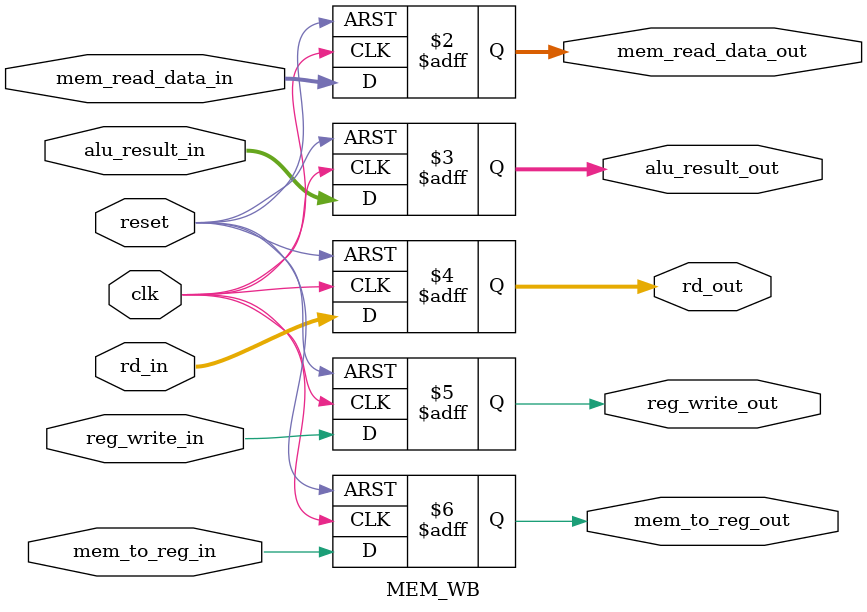
<source format=v>
module MEM_WB(
    input clk, reset,
    input [31:0] mem_read_data_in, alu_result_in,
    input [4:0] rd_in,
    input reg_write_in, mem_to_reg_in,
    output reg [31:0] mem_read_data_out, alu_result_out,
    output reg [4:0] rd_out,
    output reg reg_write_out, mem_to_reg_out
);
    always @(posedge clk or posedge reset) begin
        if (reset) begin
            mem_read_data_out <= 32'b0;
            alu_result_out <= 32'b0;
            rd_out <= 5'b0;
            reg_write_out <= 0;
            mem_to_reg_out <= 0;
        end else begin
            mem_read_data_out <= mem_read_data_in;
            alu_result_out <= alu_result_in;
            rd_out <= rd_in;
            reg_write_out <= reg_write_in;
            mem_to_reg_out <= mem_to_reg_in;
        end
    end
endmodule


</source>
